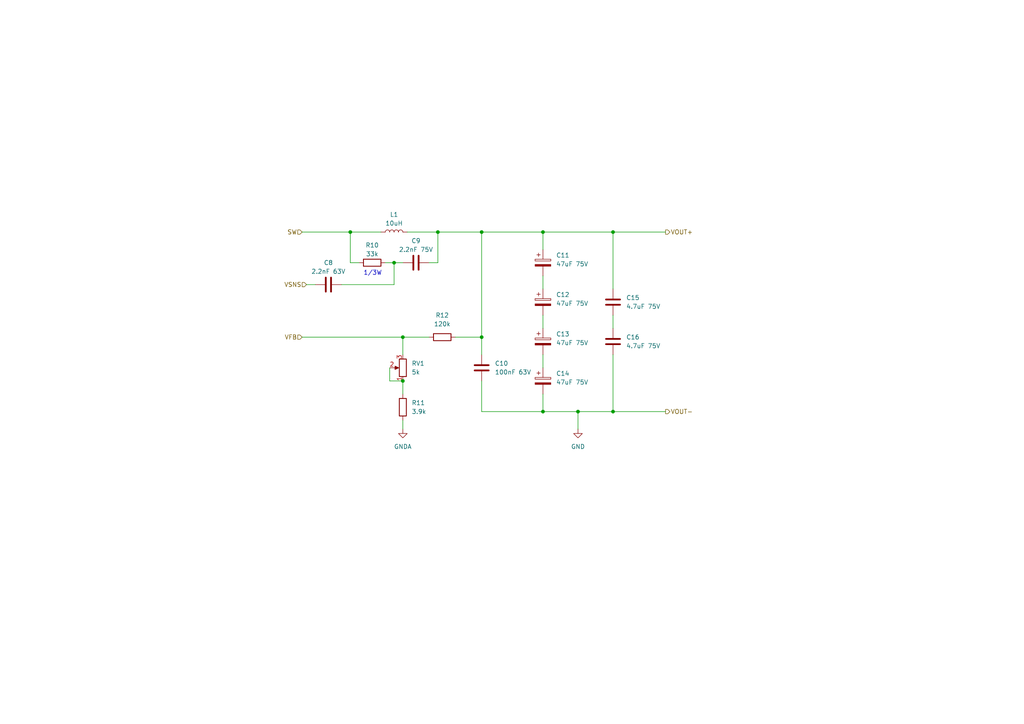
<source format=kicad_sch>
(kicad_sch (version 20211123) (generator eeschema)
  (paper "A4")
  (lib_symbols
    (symbol "Device:C" (pin_numbers hide) (pin_names (offset 0.254))
      (property "Reference" "C" (at 0.635 2.54 0))
      (property "Value" "C" (at 0.635 -2.54 0))
      (symbol "C_0_1"
        (polyline (pts (xy -2.032 -0.762) (xy 2.032 -0.762)) (stroke (width 0.508)))
        (polyline (pts (xy -2.032 0.762) (xy 2.032 0.762)) (stroke (width 0.508)))
      )
      (symbol "C_1_1"
        (pin passive line (at 0 3.81 270) (length 2.794) (name "~") (number "1"))
        (pin passive line (at 0 -3.81 90) (length 2.794) (name "~") (number "2"))
      )
    )
    (symbol "Device:C_Polarized" (pin_numbers hide) (pin_names (offset 0.254))
      (property "Reference" "C" (at 0.635 2.54 0))
      (property "Value" "C_Polarized" (at 0.635 -2.54 0))
      (symbol "C_Polarized_0_1"
        (rectangle (start -2.286 0.508) (end 2.286 1.016))
        (polyline (pts (xy -1.778 2.286) (xy -0.762 2.286)))
        (polyline (pts (xy -1.27 2.794) (xy -1.27 1.778)))
        (rectangle (start 2.286 -0.508) (end -2.286 -1.016) (fill (type outline)))
      )
      (symbol "C_Polarized_1_1"
        (pin passive line (at 0 3.81 270) (length 2.794) (name "~") (number "1"))
        (pin passive line (at 0 -3.81 90) (length 2.794) (name "~") (number "2"))
      )
    )
    (symbol "Device:L" (pin_numbers hide) (pin_names (offset 1.016) hide)
      (property "Reference" "L" (at -1.27 0 90))
      (property "Value" "L" (at 1.905 0 90))
      (symbol "L_0_1"
        (arc (start 0 -2.54) (mid 0.635 -1.905) (end 0 -1.27))
        (arc (start 0 -1.27) (mid 0.635 -0.635) (end 0 0))
        (arc (start 0 0) (mid 0.635 0.635) (end 0 1.27))
        (arc (start 0 1.27) (mid 0.635 1.905) (end 0 2.54))
      )
      (symbol "L_1_1"
        (pin passive line (at 0 3.81 270) (length 1.27) (name "1") (number "1"))
        (pin passive line (at 0 -3.81 90) (length 1.27) (name "2") (number "2"))
      )
    )
    (symbol "Device:R" (pin_numbers hide) (pin_names (offset 0))
      (property "Reference" "R" (at 2.032 0 90))
      (property "Value" "R" (at 0 0 90))
      (symbol "R_0_1"
        (rectangle (start -1.016 -2.54) (end 1.016 2.54) (stroke (width 0.254)))
      )
      (symbol "R_1_1"
        (pin passive line (at 0 3.81 270) (length 1.27) (name "~") (number "1"))
        (pin passive line (at 0 -3.81 90) (length 1.27) (name "~") (number "2"))
      )
    )
    (symbol "Device:R_Potentiometer" (pin_names (offset 1.016) hide)
      (property "Reference" "RV" (at -4.445 0 90))
      (property "Value" "R_Potentiometer" (at -2.54 0 90))
      (symbol "R_Potentiometer_0_1"
        (polyline (pts (xy 2.54 0) (xy 1.524 0)))
        (polyline (pts (xy 1.143 0) (xy 2.286 0.508) (xy 2.286 -0.508) (xy 1.143 0)) (fill (type outline)))
        (rectangle (start 1.016 2.54) (end -1.016 -2.54) (stroke (width 0.254)))
      )
      (symbol "R_Potentiometer_1_1"
        (pin passive line (at 0 3.81 270) (length 1.27) (name "1") (number "1"))
        (pin passive line (at 3.81 0 180) (length 1.27) (name "2") (number "2"))
        (pin passive line (at 0 -3.81 90) (length 1.27) (name "3") (number "3"))
      )
    )
    (symbol "power:GND" (power) (pin_names (offset 0))
      (property "Value" "GND" (at 0 -3.81 0))
      (symbol "GND_0_1"
        (polyline (pts (xy 0 0) (xy 0 -1.27) (xy 1.27 -1.27) (xy 0 -2.54) (xy -1.27 -1.27) (xy 0 -1.27)))
      )
      (symbol "GND_1_1"
        (pin power_in line (at 0 0 270) (length 0) hide (name "GND") (number "1"))
      )
    )
    (symbol "power:GNDA" (power) (pin_names (offset 0))
      (property "Value" "GNDA" (at 0 -3.81 0))
      (symbol "GNDA_0_1"
        (polyline (pts (xy 0 0) (xy 0 -1.27) (xy 1.27 -1.27) (xy 0 -2.54) (xy -1.27 -1.27) (xy 0 -1.27)))
      )
      (symbol "GNDA_1_1"
        (pin power_in line (at 0 0 270) (length 0) hide (name "GNDA") (number "1"))
      )
    )
  )
  (junction (at 116.84 97.79))
  (junction (at 157.48 67.31))
  (junction (at 167.64 119.38))
  (junction (at 157.48 119.38))
  (junction (at 127 67.31))
  (junction (at 101.6 67.31))
  (junction (at 139.7 97.79))
  (junction (at 177.8 119.38))
  (junction (at 177.8 67.31))
  (junction (at 114.3 76.2))
  (junction (at 139.7 67.31))
  (junction (at 116.84 110.49))
  (wire (pts (xy 88.9 82.55) (xy 91.44 82.55)))
  (wire (pts (xy 113.03 110.49) (xy 113.03 106.68)))
  (wire (pts (xy 139.7 119.38) (xy 157.48 119.38)))
  (wire (pts (xy 177.8 67.31) (xy 193.04 67.31)))
  (wire (pts (xy 139.7 67.31) (xy 157.48 67.31)))
  (wire (pts (xy 157.48 67.31) (xy 157.48 72.39)))
  (wire (pts (xy 101.6 67.31) (xy 101.6 76.2)))
  (wire (pts (xy 116.84 121.92) (xy 116.84 124.46)))
  (wire (pts (xy 116.84 110.49) (xy 116.84 114.3)))
  (wire (pts (xy 177.8 102.87) (xy 177.8 119.38)))
  (wire (pts (xy 157.48 102.87) (xy 157.48 106.68)))
  (wire (pts (xy 157.48 67.31) (xy 177.8 67.31)))
  (wire (pts (xy 101.6 76.2) (xy 104.14 76.2)))
  (wire (pts (xy 116.84 97.79) (xy 116.84 102.87)))
  (wire (pts (xy 114.3 76.2) (xy 116.84 76.2)))
  (wire (pts (xy 177.8 67.31) (xy 177.8 83.82)))
  (wire (pts (xy 157.48 91.44) (xy 157.48 95.25)))
  (wire (pts (xy 177.8 119.38) (xy 193.04 119.38)))
  (wire (pts (xy 177.8 91.44) (xy 177.8 95.25)))
  (wire (pts (xy 167.64 119.38) (xy 177.8 119.38)))
  (wire (pts (xy 124.46 76.2) (xy 127 76.2)))
  (wire (pts (xy 116.84 110.49) (xy 113.03 110.49)))
  (wire (pts (xy 101.6 67.31) (xy 110.49 67.31)))
  (wire (pts (xy 139.7 97.79) (xy 139.7 102.87)))
  (wire (pts (xy 167.64 119.38) (xy 167.64 124.46)))
  (wire (pts (xy 157.48 114.3) (xy 157.48 119.38)))
  (wire (pts (xy 99.06 82.55) (xy 114.3 82.55)))
  (wire (pts (xy 127 67.31) (xy 127 76.2)))
  (wire (pts (xy 114.3 82.55) (xy 114.3 76.2)))
  (wire (pts (xy 87.63 67.31) (xy 101.6 67.31)))
  (wire (pts (xy 116.84 97.79) (xy 124.46 97.79)))
  (wire (pts (xy 157.48 119.38) (xy 167.64 119.38)))
  (wire (pts (xy 111.76 76.2) (xy 114.3 76.2)))
  (wire (pts (xy 87.63 97.79) (xy 116.84 97.79)))
  (wire (pts (xy 139.7 110.49) (xy 139.7 119.38)))
  (wire (pts (xy 139.7 67.31) (xy 139.7 97.79)))
  (wire (pts (xy 127 67.31) (xy 139.7 67.31)))
  (wire (pts (xy 157.48 80.01) (xy 157.48 83.82)))
  (wire (pts (xy 132.08 97.79) (xy 139.7 97.79)))
  (wire (pts (xy 118.11 67.31) (xy 127 67.31)))
  (text "1/3W" (at 105.41 80.01 0) (effects (font (size 1.27 1.27)) (justify left bottom)))
  (hierarchical_label "SW" (shape input) (at 87.63 67.31 180))
  (hierarchical_label "VOUT+" (shape output) (at 193.04 67.31 0))
  (hierarchical_label "VSNS" (shape input) (at 88.9 82.55 180))
  (hierarchical_label "VFB" (shape input) (at 87.63 97.79 180))
  (hierarchical_label "VOUT-" (shape output) (at 193.04 119.38 0))
  (symbol (lib_id "Device:C_Polarized") (at 157.48 76.2 0) (unit 1)
    (property "Reference" "C11" (at 161.29 74.0409 0) (effects (justify left)))
    (property "Value" "47uF 75V" (at 161.29 76.5809 0) (effects (justify left)))
    (property "Footprint" "Capacitor_THT:CP_Radial_D8.0mm_P3.50mm" (effects hide))
  )
  (symbol (lib_id "Device:C_Polarized") (at 157.48 87.63 0) (unit 1)
    (property "Reference" "C12" (at 161.29 85.4709 0) (effects (justify left)))
    (property "Value" "47uF 75V" (at 161.29 88.0109 0) (effects (justify left)))
    (property "Footprint" "Capacitor_THT:CP_Radial_D8.0mm_P3.50mm" (effects hide))
  )
  (symbol (lib_id "Device:C") (at 177.8 87.63 0) (unit 1)
    (property "Reference" "C15" (at 181.61 86.3599 0) (effects (justify left)))
    (property "Value" "4.7uF 75V" (at 181.61 88.8999 0) (effects (justify left)))
    (property "Footprint" "Capacitor_SMD:C_1210_3225Metric" (effects hide))
  )
  (symbol (lib_id "Device:R") (at 116.84 118.11 180) (unit 1)
    (property "Reference" "R11" (at 119.38 116.8399 0) (effects (justify right)))
    (property "Value" "3.9k" (at 119.38 119.3799 0) (effects (justify right)))
  )
  (symbol (lib_id "Device:C") (at 95.25 82.55 90) (unit 1)
    (property "Reference" "C8" (at 95.25 76.2 90))
    (property "Value" "2.2nF 63V" (at 95.25 78.74 90))
    (property "Footprint" "Capacitor_SMD:C_0603_1608Metric" (effects hide))
  )
  (symbol (lib_id "Device:C") (at 177.8 99.06 0) (unit 1)
    (property "Reference" "C16" (at 181.61 97.7899 0) (effects (justify left)))
    (property "Value" "4.7uF 75V" (at 181.61 100.3299 0) (effects (justify left)))
    (property "Footprint" "Capacitor_SMD:C_1210_3225Metric" (effects hide))
  )
  (symbol (lib_id "Device:R") (at 128.27 97.79 90) (unit 1)
    (property "Reference" "R12" (at 128.27 91.44 90))
    (property "Value" "120k" (at 128.27 93.98 90))
  )
  (symbol (lib_id "power:GNDA") (at 116.84 124.46 0) (unit 1)
    (property "Reference" "#PWR014" (effects hide))
    (property "Value" "GNDA" (at 116.84 129.54 0))
  )
  (symbol (lib_id "Device:C_Polarized") (at 157.48 99.06 0) (unit 1)
    (property "Reference" "C13" (at 161.29 96.9009 0) (effects (justify left)))
    (property "Value" "47uF 75V" (at 161.29 99.4409 0) (effects (justify left)))
    (property "Footprint" "Capacitor_THT:CP_Radial_D8.0mm_P3.50mm" (effects hide))
  )
  (symbol (lib_id "power:GND") (at 167.64 124.46 0) (unit 1)
    (property "Reference" "#PWR015" (effects hide))
    (property "Value" "GND" (at 167.64 129.54 0))
  )
  (symbol (lib_id "Device:C") (at 139.7 106.68 0) (unit 1)
    (property "Reference" "C10" (at 143.51 105.4099 0) (effects (justify left)))
    (property "Value" "100nF 63V" (at 143.51 107.9499 0) (effects (justify left)))
    (property "Footprint" "Capacitor_SMD:C_0603_1608Metric" (effects hide))
  )
  (symbol (lib_id "Device:R_Potentiometer") (at 116.84 106.68 180) (unit 1)
    (property "Reference" "RV1" (at 119.38 105.41 0) (effects (justify right)))
    (property "Value" "5k" (at 119.38 107.95 0) (effects (justify right)))
  )
  (symbol (lib_id "Device:R") (at 107.95 76.2 90) (unit 1)
    (property "Reference" "R10" (at 107.95 71.12 90))
    (property "Value" "33k" (at 107.95 73.66 90))
    (property "Footprint" "Capacitor_SMD:C_1210_3225Metric" (effects hide))
  )
  (symbol (lib_id "Device:C_Polarized") (at 157.48 110.49 0) (unit 1)
    (property "Reference" "C14" (at 161.29 108.3309 0) (effects (justify left)))
    (property "Value" "47uF 75V" (at 161.29 110.8709 0) (effects (justify left)))
    (property "Footprint" "Capacitor_THT:CP_Radial_D8.0mm_P3.50mm" (effects hide))
  )
  (symbol (lib_id "Device:L") (at 114.3 67.31 90) (unit 1)
    (property "Reference" "L1" (at 114.3 62.23 90))
    (property "Value" "10uH" (at 114.3 64.77 90))
  )
  (symbol (lib_id "Device:C") (at 120.65 76.2 270) (unit 1)
    (property "Reference" "C9" (at 120.65 69.85 90))
    (property "Value" "2.2nF 75V" (at 120.65 72.39 90))
    (property "Footprint" "Capacitor_SMD:C_0603_1608Metric" (effects hide))
  )
)
</source>
